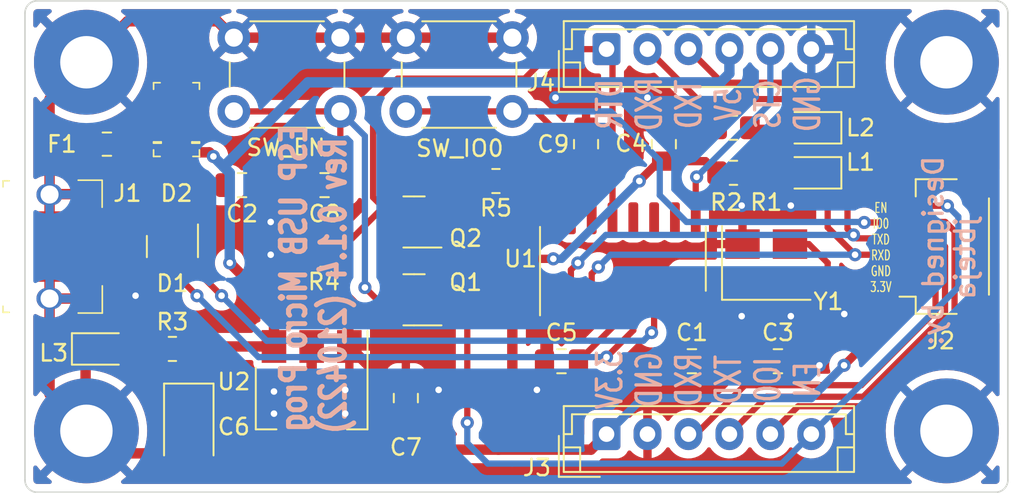
<source format=kicad_pcb>
(kicad_pcb (version 20211014) (generator pcbnew)
  (layers (0 "F.Cu" signal) (31 "B.Cu" signal) (34 "B.Paste" user) (35 "F.Paste" user) (36 "B.SilkS" user "B.Silkscreen") (37 "F.SilkS" user "F.Silkscreen") (38 "B.Mask" user) (39 "F.Mask" user) (44 "Edge.Cuts" user))
  (net 0 "")
  (net 1 "Net-(C1-Pad1)")
  (net 2 "GND")
  (net 3 "Net-(C2-Pad1)")
  (net 4 "Net-(C3-Pad1)")
  (net 5 "+3V3")
  (net 6 "Net-(C5-Pad1)")
  (net 7 "+5V")
  (net 8 "/EN")
  (net 9 "/IO0")
  (net 10 "/D+")
  (net 11 "/D-")
  (net 12 "V_USB")
  (net 14 "/RXD")
  (net 15 "/TXD")
  (net 16 "/~{DTR}")
  (net 17 "/~{CTS}")
  (net 18 "Net-(L1-Pad2)")
  (net 19 "Net-(L2-Pad2)")
  (net 20 "Net-(L3-Pad2)")
  (net 21 "/~{RTS}")
  (net 22 "Net-(Q1-Pad1)")
  (net 23 "Net-(Q2-Pad1)")
  (footprint "digikey-footprints:DO-214AC" (layer "F.Cu") (at 90.25 97.25 90)
    (fp_text reference "D2" (at -4.5 0) (layer "F.SilkS"))
    (fp_text value "1N4007")
    (pad "A" smd rect locked (at 2 0 90) (size 2.5 1.7) (layers "F.Cu" "F.Paste" "F.Mask") (net 12 "V_USB"))
    (pad "K" smd rect locked (at -2 0 90) (size 2.5 1.7) (layers "F.Cu" "F.Paste" "F.Mask") (net 7 "+5V"))
  )
  (footprint "LED_SMD:LED_0805_2012Metric_Pad1.15x1.40mm_HandSolder" (layer "F.Cu") (at 128.975 97.75 180)
    (fp_text reference "L2" (at -3.025 0) (layer "F.SilkS"))
    (fp_text value "YELLOW")
    (pad "1" smd roundrect (at -1.025 0 180) (size 1.15 1.4) (layers "F.Cu" "F.Paste" "F.Mask") (roundrect_rratio 0.2173913043) (net 15 "/TXD"))
    (pad "2" smd roundrect (at 1.025 0 180) (size 1.15 1.4) (layers "F.Cu" "F.Paste" "F.Mask") (roundrect_rratio 0.2173913043) (net 19 "Net-(L2-Pad2)"))
  )
  (footprint "Fuse:Fuse_0805_2012Metric_Pad1.15x1.40mm_HandSolder" (layer "F.Cu") (at 86 98.75 180)
    (fp_text reference "F1" (at 2.75 0) (layer "F.SilkS"))
    (fp_text value "0.5A")
    (pad "1" smd roundrect (at -1.025 0 180) (size 1.15 1.4) (layers "F.Cu" "F.Paste" "F.Mask") (roundrect_rratio 0.2173913043) (net 12 "V_USB"))
    (pad "2" smd roundrect (at 1.025 0 180) (size 1.15 1.4) (layers "F.Cu" "F.Paste" "F.Mask") (roundrect_rratio 0.2173913043) (net 3 "Net-(C2-Pad1)"))
  )
  (footprint "LED_SMD:LED_0805_2012Metric_Pad1.15x1.40mm_HandSolder" (layer "F.Cu") (at 128.975 100.5 180)
    (fp_text reference "L1" (at -3.025 0.65) (layer "F.SilkS"))
    (fp_text value "RED")
    (pad "1" smd roundrect (at -1.025 0 180) (size 1.15 1.4) (layers "F.Cu" "F.Paste" "F.Mask") (roundrect_rratio 0.2173913043) (net 14 "/RXD"))
    (pad "2" smd roundrect (at 1.025 0 180) (size 1.15 1.4) (layers "F.Cu" "F.Paste" "F.Mask") (roundrect_rratio 0.2173913043) (net 18 "Net-(L1-Pad2)"))
  )
  (footprint "Capacitor_SMD:C_0805_2012Metric_Pad1.18x1.45mm_HandSolder" (layer "F.Cu") (at 126.9625 112 180)
    (fp_text reference "C3" (at 0 1.75) (layer "F.SilkS"))
    (fp_text value "22pF")
    (pad "1" smd roundrect (at -1.0375 0 180) (size 1.175 1.45) (layers "F.Cu" "F.Paste" "F.Mask") (roundrect_rratio 0.2127659574) (net 4 "Net-(C3-Pad1)"))
    (pad "2" smd roundrect (at 1.0375 0 180) (size 1.175 1.45) (layers "F.Cu" "F.Paste" "F.Mask") (roundrect_rratio 0.2127659574) (net 2 "GND"))
  )
  (footprint "Package_TO_SOT_SMD:SOT-143" (layer "F.Cu") (at 90 105 -90)
    (fp_text reference "D1" (at 2.25 0) (layer "F.SilkS"))
    (fp_text value "SP0503BAHT")
    (pad "1" smd rect (at -1 -0.75 270) (size 0.7 1) (layers "F.Cu" "F.Paste" "F.Mask") (net 2 "GND"))
    (pad "2" smd rect (at -1 0.95 270) (size 0.7 0.6) (layers "F.Cu" "F.Paste" "F.Mask") (net 3 "Net-(C2-Pad1)"))
    (pad "3" smd rect (at 1 0.95 270) (size 0.7 0.6) (layers "F.Cu" "F.Paste" "F.Mask") (net 10 "/D+"))
    (pad "4" smd rect (at 1 -0.95 270) (size 0.7 0.6) (layers "F.Cu" "F.Paste" "F.Mask") (net 11 "/D-"))
  )
  (footprint "Package_SO:SOIC-16_3.9x9.9mm_P1.27mm" (layer "F.Cu") (at 117.5 105.75 90)
    (fp_text reference "U1" (at 0 -6.25 180) (layer "F.SilkS"))
    (fp_text value "CH340C/G")
    (pad "1" smd roundrect (at -2.475 -4.445 90) (size 1.95 0.6) (layers "F.Cu" "F.Paste" "F.Mask") (net 2 "GND"))
    (pad "2" smd roundrect (at -2.475 -3.175 90) (size 1.95 0.6) (layers "F.Cu" "F.Paste" "F.Mask") (net 15 "/TXD"))
    (pad "3" smd roundrect (at -2.475 -1.905 90) (size 1.95 0.6) (layers "F.Cu" "F.Paste" "F.Mask") (net 14 "/RXD"))
    (pad "4" smd roundrect (at -2.475 -0.635 90) (size 1.95 0.6) (layers "F.Cu" "F.Paste" "F.Mask") (net 6 "Net-(C5-Pad1)"))
    (pad "5" smd roundrect (at -2.475 0.635 90) (size 1.95 0.6) (layers "F.Cu" "F.Paste" "F.Mask") (net 10 "/D+"))
    (pad "6" smd roundrect (at -2.475 1.905 90) (size 1.95 0.6) (layers "F.Cu" "F.Paste" "F.Mask") (net 11 "/D-"))
    (pad "7" smd roundrect (at -2.475 3.175 90) (size 1.95 0.6) (layers "F.Cu" "F.Paste" "F.Mask") (net 1 "Net-(C1-Pad1)"))
    (pad "8" smd roundrect (at -2.475 4.445 90) (size 1.95 0.6) (layers "F.Cu" "F.Paste" "F.Mask") (net 4 "Net-(C3-Pad1)"))
    (pad "9" smd roundrect (at 2.475 4.445 90) (size 1.95 0.6) (layers "F.Cu" "F.Paste" "F.Mask") (net 17 "/~{CTS}"))
    (pad "10" smd roundrect (at 2.475 3.175 90) (size 1.95 0.6) (layers "F.Cu" "F.Paste" "F.Mask"))
    (pad "11" smd roundrect (at 2.475 1.905 90) (size 1.95 0.6) (layers "F.Cu" "F.Paste" "F.Mask"))
    (pad "12" smd roundrect (at 2.475 0.635 90) (size 1.95 0.6) (layers "F.Cu" "F.Paste" "F.Mask"))
    (pad "13" smd roundrect (at 2.475 -0.635 90) (size 1.95 0.6) (layers "F.Cu" "F.Paste" "F.Mask") (net 16 "/~{DTR}"))
    (pad "14" smd roundrect (at 2.475 -1.905 90) (size 1.95 0.6) (layers "F.Cu" "F.Paste" "F.Mask") (net 21 "/~{RTS}"))
    (pad "15" smd roundrect (at 2.475 -3.175 90) (size 1.95 0.6) (layers "F.Cu" "F.Paste" "F.Mask"))
    (pad "16" smd roundrect (at 2.475 -4.445 90) (size 1.95 0.6) (layers "F.Cu" "F.Paste" "F.Mask") (net 5 "+3V3"))
  )
  (footprint "Button_Switch_THT:SW_PUSH_6mm_H5mm" (layer "F.Cu") (at 104.25 92.25)
    (fp_text reference "SW_IO0" (at 3.2936 6.7592) (layer "F.SilkS"))
    (fp_text value "SW_Push")
    (pad "1" thru_hole circle locked (at 0 0 90) (size 2 2) (drill 1.1) (layers *.Cu *.Mask) (net 2 "GND"))
    (pad "1" thru_hole circle locked (at 6.5 0 90) (size 2 2) (drill 1.1) (layers *.Cu *.Mask) (net 2 "GND"))
    (pad "2" thru_hole circle locked (at 0 4.5 90) (size 2 2) (drill 1.1) (layers *.Cu *.Mask) (net 9 "/IO0"))
    (pad "2" thru_hole circle locked (at 6.5 4.5 90) (size 2 2) (drill 1.1) (layers *.Cu *.Mask) (net 9 "/IO0"))
  )
  (footprint "Package_TO_SOT_SMD:SOT-23" (layer "F.Cu") (at 104.75 108.25 180)
    (fp_text reference "Q1" (at -3.1492 1.062 180) (layer "F.SilkS"))
    (fp_text value "S8050(NPN)")
    (pad "1" smd roundrect locked (at -0.9375 -0.95 180) (size 1.475 0.6) (layers "F.Cu" "F.Paste" "F.Mask") (net 22 "Net-(Q1-Pad1)"))
    (pad "2" smd roundrect locked (at -0.9375 0.95 180) (size 1.475 0.6) (layers "F.Cu" "F.Paste" "F.Mask") (net 21 "/~{RTS}"))
    (pad "3" smd roundrect locked (at 0.9375 0 180) (size 1.475 0.6) (layers "F.Cu" "F.Paste" "F.Mask") (net 8 "/EN"))
  )
  (footprint "Fiducial:Fiducial_0.5mm_Mask1mm" (layer "F.Cu") (at 109.25 113.75)
    (fp_text reference "FID2" hide)
    (fp_text value "Fiducial" hide)
    (pad "" smd circle (at 0 0) (size 0.5 0.5) (layers "F.Cu" "F.Mask") (clearance 0.25))
  )
  (footprint "Capacitor_SMD:C_0805_2012Metric_Pad1.18x1.45mm_HandSolder" (layer "F.Cu") (at 99.2875 101.25)
    (fp_text reference "C8" (at 0 1.75) (layer "F.SilkS"))
    (fp_text value "0.1uF")
    (pad "1" smd roundrect (at -1.0375 0) (size 1.175 1.45) (layers "F.Cu" "F.Paste" "F.Mask") (roundrect_rratio 0.2127659574) (net 2 "GND"))
    (pad "2" smd roundrect (at 1.0375 0) (size 1.175 1.45) (layers "F.Cu" "F.Paste" "F.Mask") (roundrect_rratio 0.2127659574) (net 8 "/EN"))
  )
  (footprint "Connector_JST:JST_SH_SM06B-SRSS-TB_1x06-1MP_P1.00mm_Horizontal" (layer "F.Cu") (at 137.16 104.999993 90)
    (fp_text reference "J2" (at -5.75 -0.25 180) (layer "F.SilkS"))
    (fp_text value "ESP_Link")
    (pad "1" smd roundrect (at -2.5 -2 90) (size 0.6 1.55) (layers "F.Cu" "F.Paste" "F.Mask") (net 5 "+3V3"))
    (pad "2" smd roundrect (at -1.5 -2 90) (size 0.6 1.55) (layers "F.Cu" "F.Paste" "F.Mask") (net 2 "GND"))
    (pad "3" smd roundrect (at -0.5 -2 90) (size 0.6 1.55) (layers "F.Cu" "F.Paste" "F.Mask") (net 14 "/RXD"))
    (pad "4" smd roundrect (at 0.5 -2 90) (size 0.6 1.55) (layers "F.Cu" "F.Paste" "F.Mask") (net 15 "/TXD"))
    (pad "5" smd roundrect (at 1.5 -2 90) (size 0.6 1.55) (layers "F.Cu" "F.Paste" "F.Mask") (net 9 "/IO0"))
    (pad "6" smd roundrect (at 2.5 -2 90) (size 0.6 1.55) (layers "F.Cu" "F.Paste" "F.Mask") (net 8 "/EN"))
    (pad "MP" smd roundrect (at 3.8 1.875 90) (size 1.2 1.8) (layers "F.Cu" "F.Paste" "F.Mask") (roundrect_rratio 0.2083333333))
    (pad "MP" smd roundrect (at -3.8 1.875 90) (size 1.2 1.8) (layers "F.Cu" "F.Paste" "F.Mask") (roundrect_rratio 0.2083333333))
  )
  (footprint "Connector_JST:JST_EH_B6B-EH-A_1x06_P2.50mm_Vertical" (layer "F.Cu") (at 116.5 92.95)
    (fp_text reference "J4" (at -4 2.05) (layer "F.SilkS"))
    (fp_text value "Standard_Prog")
    (pad "1" thru_hole roundrect (at 0 0) (size 1.7 1.95) (drill 0.95) (layers *.Cu *.Mask) (roundrect_rratio 0.1470588235) (net 16 "/~{DTR}"))
    (pad "2" thru_hole oval (at 2.5 0) (size 1.7 1.95) (drill 0.95) (layers *.Cu *.Mask) (net 14 "/RXD"))
    (pad "3" thru_hole oval (at 5 0) (size 1.7 1.95) (drill 0.95) (layers *.Cu *.Mask) (net 15 "/TXD"))
    (pad "4" thru_hole oval (at 7.5 0) (size 1.7 1.95) (drill 0.95) (layers *.Cu *.Mask) (net 7 "+5V"))
    (pad "5" thru_hole oval (at 10 0) (size 1.7 1.95) (drill 0.95) (layers *.Cu *.Mask) (net 17 "/~{CTS}"))
    (pad "6" thru_hole oval (at 12.5 0) (size 1.7 1.95) (drill 0.95) (layers *.Cu *.Mask) (net 2 "GND"))
  )
  (footprint "Fiducial:Fiducial_0.5mm_Mask1mm" (layer "F.Cu") (at 90.25 92.5)
    (fp_text reference "FID1" hide)
    (fp_text value "Fiducial" hide)
    (pad "" smd circle (at 0 0) (size 0.5 0.5) (layers "F.Cu" "F.Mask") (clearance 0.25))
  )
  (footprint "Fiducial:Fiducial_0.5mm_Mask1mm" (layer "F.Cu") (at 137.25 98.75)
    (fp_text reference "FID3" hide)
    (fp_text value "Fiducial" hide)
    (pad "" smd circle (at 0 0) (size 0.5 0.5) (layers "F.Cu" "F.Mask") (clearance 0.25))
  )
  (footprint "MountingHole:MountingHole_3.2mm_M3_Pad" (layer "F.Cu") (at 137.25 116.25)
    (fp_text reference "H3" hide)
    (fp_text value "MountingHole" hide)
    (pad "1" thru_hole circle (at 0 0) (size 6.4 6.4) (drill 3.2) (layers *.Cu *.Mask) (net 2 "GND"))
  )
  (footprint "MountingHole:MountingHole_3.2mm_M3_Pad" (layer "F.Cu") (at 84.75 116.25)
    (fp_text reference "H2" hide)
    (fp_text value "MountingHole" hide)
    (pad "1" thru_hole circle (at 0 0) (size 6.4 6.4) (drill 3.2) (layers *.Cu *.Mask) (net 2 "GND"))
  )
  (footprint "Resistor_SMD:R_0805_2012Metric_Pad1.20x1.40mm_HandSolder" (layer "F.Cu") (at 124.25 100.5 180)
    (fp_text reference "R1" (at -2 -1.8) (layer "F.SilkS"))
    (fp_text value "1K")
    (pad "1" smd roundrect (at -1 0 180) (size 1.2 1.4) (layers "F.Cu" "F.Paste" "F.Mask") (roundrect_rratio 0.2083333333) (net 18 "Net-(L1-Pad2)"))
    (pad "2" smd roundrect (at 1 0 180) (size 1.2 1.4) (layers "F.Cu" "F.Paste" "F.Mask") (roundrect_rratio 0.2083333333) (net 5 "+3V3"))
  )
  (footprint "Capacitor_SMD:C_0805_2012Metric_Pad1.18x1.45mm_HandSolder" (layer "F.Cu") (at 113.75 112 180)
    (fp_text reference "C5" (at 0 1.75) (layer "F.SilkS"))
    (fp_text value "10nF")
    (pad "1" smd roundrect (at -1.0375 0 180) (size 1.175 1.45) (layers "F.Cu" "F.Paste" "F.Mask") (roundrect_rratio 0.2127659574) (net 6 "Net-(C5-Pad1)"))
    (pad "2" smd roundrect (at 1.0375 0 180) (size 1.175 1.45) (layers "F.Cu" "F.Paste" "F.Mask") (roundrect_rratio 0.2127659574) (net 2 "GND"))
  )
  (footprint "Capacitor_SMD:C_0805_2012Metric_Pad1.18x1.45mm_HandSolder" (layer "F.Cu") (at 121.7125 112)
    (fp_text reference "C1" (at 0 -1.75) (layer "F.SilkS"))
    (fp_text value "22pF")
    (pad "1" smd roundrect (at -1.0375 0) (size 1.175 1.45) (layers "F.Cu" "F.Paste" "F.Mask") (roundrect_rratio 0.2127659574) (net 1 "Net-(C1-Pad1)"))
    (pad "2" smd roundrect (at 1.0375 0) (size 1.175 1.45) (layers "F.Cu" "F.Paste" "F.Mask") (roundrect_rratio 0.2127659574) (net 2 "GND"))
  )
  (footprint "Capacitor_SMD:C_0805_2012Metric_Pad1.18x1.45mm_HandSolder" (layer "F.Cu") (at 120 98.75 90)
    (fp_text reference "C4" (at 0.0375 -2) (layer "F.SilkS"))
    (fp_text value "0.1uF")
    (pad "1" smd roundrect (at -1.0375 0 90) (size 1.175 1.45) (layers "F.Cu" "F.Paste" "F.Mask") (roundrect_rratio 0.2127659574) (net 5 "+3V3"))
    (pad "2" smd roundrect (at 1.0375 0 90) (size 1.175 1.45) (layers "F.Cu" "F.Paste" "F.Mask") (roundrect_rratio 0.2127659574) (net 2 "GND"))
  )
  (footprint "Capacitor_SMD:C_0805_2012Metric_Pad1.18x1.45mm_HandSolder" (layer "F.Cu") (at 115.25 98.75 -90)
    (fp_text reference "C9" (at 0 2 180) (layer "F.SilkS"))
    (fp_text value "0.1uF")
    (pad "1" smd roundrect (at -1.0375 0 270) (size 1.175 1.45) (layers "F.Cu" "F.Paste" "F.Mask") (roundrect_rratio 0.2127659574) (net 2 "GND"))
    (pad "2" smd roundrect (at 1.0375 0 270) (size 1.175 1.45) (layers "F.Cu" "F.Paste" "F.Mask") (roundrect_rratio 0.2127659574) (net 9 "/IO0"))
  )
  (footprint "MountingHole:MountingHole_3.2mm_M3_Pad" (layer "F.Cu") (at 137.25 93.75)
    (fp_text reference "H4" hide)
    (fp_text value "MountingHole" hide)
    (pad "1" thru_hole circle (at 0 0) (size 6.4 6.4) (drill 3.2) (layers *.Cu *.Mask) (net 2 "GND"))
  )
  (footprint "Connector_JST:JST_EH_B6B-EH-A_1x06_P2.50mm_Vertical" (layer "F.Cu") (at 116.5 116.45)
    (fp_text reference "J3" (at -4.25 2.05) (layer "F.SilkS"))
    (fp_text value "ESP_Prog")
    (pad "1" thru_hole roundrect (at 0 0) (size 1.7 1.95) (drill 0.95) (layers *.Cu *.Mask) (roundrect_rratio 0.1470588235) (net 5 "+3V3"))
    (pad "2" thru_hole oval (at 2.5 0) (size 1.7 1.95) (drill 0.95) (layers *.Cu *.Mask) (net 2 "GND"))
    (pad "3" thru_hole oval (at 5 0) (size 1.7 1.95) (drill 0.95) (layers *.Cu *.Mask) (net 14 "/RXD"))
    (pad "4" thru_hole oval (at 7.5 0) (size 1.7 1.95) (drill 0.95) (layers *.Cu *.Mask) (net 15 "/TXD"))
    (pad "5" thru_hole oval (at 10 0) (size 1.7 1.95) (drill 0.95) (layers *.Cu *.Mask) (net 9 "/IO0"))
    (pad "6" thru_hole oval (at 12.5 0) (size 1.7 1.95) (drill 0.95) (layers *.Cu *.Mask) (net 8 "/EN"))
  )
  (footprint "MountingHole:MountingHole_3.2mm_M3_Pad" (layer "F.Cu") (at 84.75 93.75)
    (fp_text reference "H1" hide)
    (fp_text value "MountingHole" hide)
    (pad "1" thru_hole circle (at 0 0) (size 6.4 6.4) (drill 3.2) (layers *.Cu *.Mask) (net 2 "GND"))
  )
  (footprint "Resistor_SMD:R_0805_2012Metric_Pad1.20x1.40mm_HandSolder" (layer "F.Cu") (at 124.25 97.75 180)
    (fp_text reference "R2" (at 0.45 -4.55) (layer "F.SilkS"))
    (fp_text value "1K")
    (pad "1" smd roundrect (at -1 0 180) (size 1.2 1.4) (layers "F.Cu" "F.Paste" "F.Mask") (roundrect_rratio 0.2083333333) (net 19 "Net-(L2-Pad2)"))
    (pad "2" smd roundrect (at 1 0 180) (size 1.2 1.4) (layers "F.Cu" "F.Paste" "F.Mask") (roundrect_rratio 0.2083333333) (net 5 "+3V3"))
  )
  (footprint "Button_Switch_THT:SW_PUSH_6mm_H5mm" (layer "F.Cu") (at 93.75 92.25)
    (fp_text reference "SW_EN" (at 3.1764 6.7084) (layer "F.SilkS"))
    (fp_text value "SW_Push")
    (pad "1" thru_hole circle locked (at 6.5 0 90) (size 2 2) (drill 1.1) (layers *.Cu *.Mask) (net 2 "GND"))
    (pad "1" thru_hole circle locked (at 0 0 90) (size 2 2) (drill 1.1) (layers *.Cu *.Mask) (net 2 "GND"))
    (pad "2" thru_hole circle locked (at 0 4.5 90) (size 2 2) (drill 1.1) (layers *.Cu *.Mask) (net 8 "/EN"))
    (pad "2" thru_hole circle locked (at 6.5 4.5 90) (size 2 2) (drill 1.1) (layers *.Cu *.Mask) (net 8 "/EN"))
  )
  (footprint "Capacitor_SMD:C_0805_2012Metric_Pad1.18x1.45mm_HandSolder" (layer "F.Cu") (at 104.25 114.25 90)
    (fp_text reference "C7" (at -3 0 180) (layer "F.SilkS"))
    (fp_text value "22uF/25V")
    (pad "1" smd roundrect (at -1.0375 0 90) (size 1.175 1.45) (layers "F.Cu" "F.Paste" "F.Mask") (roundrect_rratio 0.2127659574) (net 5 "+3V3"))
    (pad "2" smd roundrect (at 1.0375 0 90) (size 1.175 1.45) (layers "F.Cu" "F.Paste" "F.Mask") (roundrect_rratio 0.2127659574) (net 2 "GND"))
  )
  (footprint "Crystal:Crystal_SMD_3225-4Pin_3.2x2.5mm_HandSoldering" (layer "F.Cu") (at 126.25 106)
    (fp_text reference "Y1" (at 3.798 2.3564 180) (layer "F.SilkS"))
    (fp_text value "12MHz")
    (pad "1" smd rect (at -1.45 1.15) (size 2.1 1.8) (layers "F.Cu" "F.Paste" "F.Mask") (net 1 "Net-(C1-Pad1)"))
    (pad "2" smd rect (at 1.45 1.15) (size 2.1 1.8) (layers "F.Cu" "F.Paste" "F.Mask") (net 2 "GND"))
    (pad "3" smd rect (at 1.45 -1.15) (size 2.1 1.8) (layers "F.Cu" "F.Paste" "F.Mask") (net 4 "Net-(C3-Pad1)"))
    (pad "4" smd rect (at -1.45 -1.15) (size 2.1 1.8) (layers "F.Cu" "F.Paste" "F.Mask") (net 2 "GND"))
  )
  (footprint "digikey-footprints:USB_Micro_B_Female_10118193-0001LF" (layer "F.Cu") (at 82.499987 104.999993 -90)
    (fp_text reference "J1" (at -3.25 -4.75 180) (layer "F.SilkS"))
    (fp_text value "USB_B_Micro" hide)
    (pad "1" smd rect (at -1.3 -2.675 270) (size 0.4 1.35) (layers "F.Cu" "F.Paste" "F.Mask") (net 3 "Net-(C2-Pad1)"))
    (pad "2" smd rect (at -0.65 -2.675 270) (size 0.4 1.35) (layers "F.Cu" "F.Paste" "F.Mask") (net 11 "/D-"))
    (pad "3" smd rect (at 0 -2.675 270) (size 0.4 1.35) (layers "F.Cu" "F.Paste" "F.Mask") (net 10 "/D+"))
    (pad "4" smd rect (at 0.65 -2.675 270) (size 0.4 1.35) (layers "F.Cu" "F.Paste" "F.Mask"))
    (pad "5" smd rect (at 1.3 -2.675 270) (size 0.4 1.35) (layers "F.Cu" "F.Paste" "F.Mask") (net 2 "GND"))
    (pad "6" smd rect (at 3.2 -2.45 270) (size 1.6 1.4) (layers "F.Cu" "F.Paste" "F.Mask") (net 2 "GND"))
    (pad "6" smd rect (at 1.2 0 270) (size 1.9 1.9) (layers "F.Cu" "F.Paste" "F.Mask") (net 2 "GND"))
    (pad "6" smd rect (at -3.2 -2.45 270) (size 1.6 1.4) (layers "F.Cu" "F.Paste" "F.Mask") (net 2 "GND"))
    (pad "6" thru_hole oval (at -3.175 0 270) (size 1.3 1.6) (drill 1.1) (layers *.Cu *.Mask) (net 2 "GND"))
    (pad "6" thru_hole oval (at 3.175 0 270) (size 1.3 1.6) (drill 1.1) (layers *.Cu *.Mask) (net 2 "GND"))
    (pad "6" smd rect (at -1.2 0 270) (size 1.9 1.9) (layers "F.Cu" "F.Paste" "F.Mask") (net 2 "GND"))
  )
  (footprint "Package_TO_SOT_SMD:SOT-223-3_TabPin2" (layer "F.Cu") (at 98.5 114.25 -90)
    (fp_text reference "U2" (at -1 4.75 180) (layer "F.SilkS"))
    (fp_text value "AMS1117-3.3")
    (pad "1" smd rect (at -3.15 -2.3 270) (size 2 1.5) (layers "F.Cu" "F.Paste" "F.Mask") (net 2 "GND"))
    (pad "2" smd rect (at -3.15 0 270) (size 2 1.5) (layers "F.Cu" "F.Paste" "F.Mask") (net 5 "+3V3"))
    (pad "2" smd rect (at 3.15 0 270) (size 2 3.8) (layers "F.Cu" "F.Paste" "F.Mask") (net 5 "+3V3"))
    (pad "3" smd rect (at -3.15 2.3 270) (size 2 1.5) (layers "F.Cu" "F.Paste" "F.Mask") (net 7 "+5V"))
  )
  (footprint "LED_SMD:LED_0805_2012Metric_Pad1.15x1.40mm_HandSolder" (layer "F.Cu") (at 85.725 111.25)
    (fp_text reference "L3" (at -2.975 0.25) (layer "F.SilkS"))
    (fp_text value "RED")
    (pad "1" smd roundrect (at -1.025 0) (size 1.15 1.4) (layers "F.Cu" "F.Paste" "F.Mask") (roundrect_rratio 0.2173913043) (net 2 "GND"))
    (pad "2" smd roundrect (at 1.025 0) (size 1.15 1.4) (layers "F.Cu" "F.Paste" "F.Mask") (roundrect_rratio 0.2173913043) (net 20 "Net-(L3-Pad2)"))
  )
  (footprint "Resistor_SMD:R_0805_2012Metric_Pad1.20x1.40mm_HandSolder" (layer "F.Cu") (at 109.75 101 180)
    (fp_text reference "R5" (at 0 -1.65) (layer "F.SilkS"))
    (fp_text value "10k")
    (pad "1" smd roundrect (at -1 0 180) (size 1.2 1.4) (layers "F.Cu" "F.Paste" "F.Mask") (roundrect_rratio 0.2083333333) (net 21 "/~{RTS}"))
    (pad "2" smd roundrect (at 1 0 180) (size 1.2 1.4) (layers "F.Cu" "F.Paste" "F.Mask") (roundrect_rratio 0.2083333333) (net 23 "Net-(Q2-Pad1)"))
  )
  (footprint "Package_TO_SOT_SMD:SOT-23" (layer "F.Cu") (at 104.75 103.5 180)
    (fp_text reference "Q2" (at -3.1492 -0.9956 180) (layer "F.SilkS"))
    (fp_text value "S8050(NPN)")
    (pad "1" smd roundrect locked (at -0.9375 -0.95 180) (size 1.475 0.6) (layers "F.Cu" "F.Paste" "F.Mask") (net 23 "Net-(Q2-Pad1)"))
    (pad "2" smd roundrect locked (at -0.9375 0.95 180) (size 1.475 0.6) (layers "F.Cu" "F.Paste" "F.Mask") (net 16 "/~{DTR}"))
    (pad "3" smd roundrect locked (at 0.9375 0 180) (size 1.475 0.6) (layers "F.Cu" "F.Paste" "F.Mask") (net 9 "/IO0"))
  )
  (footprint "Capacitor_Tantalum_SMD:CP_EIA-3528-21_Kemet-B_Pad1.50x2.35mm_HandSolder" (layer "F.Cu") (at 91 116 -90)
    (fp_text reference "C6" (at 0 -2.75 180) (layer "F.SilkS"))
    (fp_text value "22uF/25V")
    (pad "1" smd roundrect (at -1.625 0 270) (size 1.5 2.35) (layers "F.Cu" "F.Paste" "F.Mask") (roundrect_rratio 0.1666673333) (net 7 "+5V"))
    (pad "2" smd roundrect (at 1.625 0 270) (size 1.5 2.35) (layers "F.Cu" "F.Paste" "F.Mask") (roundrect_rratio 0.1666673333) (net 2 "GND"))
  )
  (footprint "Resistor_SMD:R_0805_2012Metric_Pad1.20x1.40mm_HandSolder" (layer "F.Cu") (at 99.25 105.5 180)
    (fp_text reference "R4" (at 0 -1.65) (layer "F.SilkS"))
    (fp_text value "10k")
    (pad "1" smd roundrect (at -1 0 180) (size 1.2 1.4) (layers "F.Cu" "F.Paste" "F.Mask") (roundrect_rratio 0.2083333333) (net 16 "/~{DTR}"))
    (pad "2" smd roundrect (at 1 0 180) (size 1.2 1.4) (layers "F.Cu" "F.Paste" "F.Mask") (roundrect_rratio 0.2083333333) (net 22 "Net-(Q1-Pad1)"))
  )
  (footprint "Resistor_SMD:R_0805_2012Metric_Pad1.20x1.40mm_HandSolder" (layer "F.Cu") (at 90 111.25)
    (fp_text reference "R3" (at 0 -1.65) (layer "F.SilkS"))
    (fp_text value "2K")
    (pad "1" smd roundrect (at -1 0) (size 1.2 1.4) (layers "F.Cu" "F.Paste" "F.Mask") (roundrect_rratio 0.2083333333) (net 20 "Net-(L3-Pad2)"))
    (pad "2" smd roundrect (at 1 0) (size 1.2 1.4) (layers "F.Cu" "F.Paste" "F.Mask") (roundrect_rratio 0.2083333333) (net 7 "+5V"))
  )
  (footprint "Capacitor_SMD:C_0805_2012Metric_Pad1.18x1.45mm_HandSolder" (layer "F.Cu") (at 94.25 101.25)
    (fp_text reference "C2" (at 0 1.75) (layer "F.SilkS"))
    (fp_text value "0.1uF")
    (pad "1" smd roundrect (at -1.0375 0) (size 1.175 1.45) (layers "F.Cu" "F.Paste" "F.Mask") (roundrect_rratio 0.2127659574) (net 3 "Net-(C2-Pad1)"))
    (pad "2" smd roundrect (at 1.0375 0) (size 1.175 1.45) (layers "F.Cu" "F.Paste" "F.Mask") (roundrect_rratio 0.2127659574) (net 2 "GND"))
  )
  (gr_line (start 81 119.25) (end 81 90.75) (layer "Edge.Cuts") (width 0.1))
  (gr_arc (start 141 119.25) (mid 140.78033 119.78033) (end 140.25 120) (layer "Edge.Cuts") (width 0.1))
  (gr_line (start 81.75 90) (end 140.25 90) (layer "Edge.Cuts") (width 0.1))
  (gr_arc (start 81.75 120) (mid 81.21967 119.78033) (end 81 119.25) (layer "Edge.Cuts") (width 0.1))
  (gr_arc (start 81 90.75) (mid 81.21967 90.21967) (end 81.75 90) (layer "Edge.Cuts") (width 0.1))
  (gr_line (start 141 90.75) (end 141 119.25) (layer "Edge.Cuts") (width 0.1))
  (gr_arc (start 140.25 90) (mid 140.78033 90.21967) (end 141 90.75) (layer "Edge.Cuts") (width 0.1))
  (gr_line (start 140.25 120) (end 81.75 120) (layer "Edge.Cuts") (width 0.1))
  (gr_text "Designed by: \njbteja\n\n" (at 138.3792 105.7148 90) (layer "B.SilkS") (effects (font (size 1.2 1.2) (thickness 0.2)) (justify mirror)))
  (gr_text "3.3V\nGND\nRXD\nTXD\nIO0\nEN" (at 122.7328 113.1316 90) (layer "B.SilkS") (effects (font (size 1.5 1.1) (thickness 0.2)) (justify mirror)))
  (gr_text "DTR\nRXD\nTXD\n5V\nCTS\nGND" (at 122.7328 96.3168 90) (layer "B.SilkS") (effects (font (size 1.5 1.1) (thickness 0.2)) (justify mirror)))
  (gr_text "ESP USB Micro Prog \nRev 0.1.4 (210422)\n\n" (at 99.822 107.3912 90) (layer "B.SilkS") (effects (font (size 1.5 1.2) (thickness 0.3)) (justify mirror)))
  (gr_text "EN\nIO0\nTXD\nRXD\nGND\n3.3V" (at 133.2484 105.0544) (layer "F.SilkS") (effects (font (size 0.6 0.4) (thickness 0.075))))
  (segment (start 124.15 106.5) (end 121 106.5) (width 0.381) (layer "F.Cu") (net 1))
  (segment (start 120.675 106.825) (end 120.675 108.225) (width 0.381) (layer "F.Cu") (net 1))
  (segment (start 124.8 107.15) (end 124.15 106.5) (width 0.381) (layer "F.Cu") (net 1))
  (segment (start 121 106.5) (end 120.675 106.825) (width 0.381) (layer "F.Cu") (net 1))
  (segment (start 120.675 108.225) (end 120.675 112) (width 0.381) (layer "F.Cu") (net 1))
  (segment (start 102.9125 113.2125) (end 100.8 111.1) (width 0.635) (layer "F.Cu") (net 2))
  (segment (start 84.7 116.2) (end 84.75 116.25) (width 0.635) (layer "F.Cu") (net 2))
  (segment (start 122.75 113.3684) (end 122.3684 113.75) (width 0.508) (layer "F.Cu") (net 2))
  (segment (start 131.0132 109.1184) (end 133.631607 106.499993) (width 0.508) (layer "F.Cu") (net 2))
  (segment (start 118.66 113.75) (end 122.3684 113.75) (width 0.508) (layer "F.Cu") (net 2))
  (segment (start 105.7125 113.2125) (end 104.25 113.2125) (width 0.508) (layer "F.Cu") (net 2))
  (segment (start 113.055 111.6575) (end 112.7125 112) (width 0.381) (layer "F.Cu") (net 2))
  (segment (start 104.25 113.2125) (end 102.9125 113.2125) (width 0.635) (layer "F.Cu") (net 2))
  (segment (start 92.75 91.25) (end 87.25 91.25) (width 0.635) (layer "F.Cu") (net 2))
  (segment (start 84.925 108.175) (end 84.95 108.2) (width 0.635) (layer "F.Cu") (net 2))
  (segment (start 122.75 112) (end 122.75 113.3684) (width 0.508) (layer "F.Cu") (net 2))
  (segment (start 84.95 101.8) (end 82.525 101.8) (width 0.635) (layer "F.Cu") (net 2))
  (segment (start 91 117.625) (end 86.125 117.625) (width 0.635) (layer "F.Cu") (net 2))
  (segment (start 133.631607 106.499993) (end 135.16 106.499993) (width 0.508) (layer "F.Cu") (net 2))
  (segment (start 93.75 92.25) (end 100.25 92.25) (width 0.635) (layer "F.Cu") (net 2))
  (segment (start 104.25 92.25) (end 110.75 92.25) (width 0.635) (layer "F.Cu") (net 2))
  (segment (start 112.7125 112) (end 112.7125 113.2875) (width 0.508) (layer "F.Cu") (net 2))
  (segment (start 93.75 92.25) (end 92.75 91.25) (width 0.635) (layer "F.Cu") (net 2))
  (segment (start 86.049993 106.299993) (end 85.174987 106.299993) (width 0.4572) (layer "F.Cu") (net 2))
  (segment (start 95.2875 101.25) (end 98.25 101.25) (width 0.508) (layer "F.Cu") (net 2))
  (segment (start 85.175 107.975) (end 84.95 108.2) (width 0.4572) (layer "F.Cu") (net 2))
  (segment (start 87.75 108) (end 86.049993 106.299993) (width 0.4572) (layer "F.Cu") (net 2))
  (segment (start 85.175 106.3) (end 85.175 107.975) (width 0.4572) (layer "F.Cu") (net 2))
  (segment (start 119 114.09) (end 118.66 113.75) (width 0.508) (layer "F.Cu") (net 2))
  (segment (start 95.2875 101.25) (end 92.5375 104) (width 0.508) (layer "F.Cu") (net 2))
  (segment (start 87.25 91.25) (end 84.75 93.75) (width 0.635) (layer "F.Cu") (net 2))
  (segment (start 82.499987 108.174993) (end 82.499987 113.999987) (width 0.635) (layer "F.Cu") (net 2))
  (segment (start 112.7125 113.2875) (end 112.25 113.75) (width 0.508) (layer "F.Cu") (net 2))
  (segment (start 84.75 93.75) (end 82.5 96) (width 0.635) (layer "F.Cu") (net 2))
  (segment (start 129.5 110.6316) (end 131.0132 109.1184) (width 0.508) (layer "F.Cu") (net 2))
  (segment (start 104.25 92.25) (end 100.25 92.25) (width 0.635) (layer "F.Cu") (net 2))
  (segment (start 85.174987 106.299993) (end 82.599987 106.299993) (width 0.4572) (layer "F.Cu") (net 2))
  (segment (start 86.125 117.625) (end 84.75 116.25) (width 0.635) (layer "F.Cu") (net 2))
  (segment (start 82.5 96) (end 82.5 101.825) (width 0.635) (layer "F.Cu") (net 2))
  (segment (start 129.5 112.25) (end 129.5 110.6316) (width 0.508) (layer "F.Cu") (net 2))
  (segment (start 84.7 111.25) (end 84.7 108.45) (width 0.635) (layer "F.Cu") (net 2))
  (segment (start 125.925 112) (end 122.75 112) (width 0.508) (layer "F.Cu") (net 2))
  (segment (start 112.25 113.75) (end 118.66 113.75) (width 0.508) (layer "F.Cu") (net 2))
  (segment (start 113.055 108.225) (end 113.055 111.6575) (width 0.381) (layer "F.Cu") (net 2))
  (segment (start 92.5375 104) (end 90.75 104) (width 0.508) (layer "F.Cu") (net 2))
  (segment (start 84.7 111.25) (end 84.7 116.2) (width 0.635) (layer "F.Cu") (net 2))
  (segment (start 82.499987 101.824993) (end 82.499987 108.174993) (width 0.635) (layer "F.Cu") (net 2))
  (segment (start 82.499987 113.999987) (end 84.75 116.25) (width 0.635) (layer "F.Cu") (net 2))
  (segment (start 82.5 108.175) (end 84.925 108.175) (width 0.635) (layer "F.Cu") (net 2))
  (segment (start 106.25 113.75) (end 105.7125 113.2125) (width 0.508) (layer "F.Cu") (net 2))
  (segment (start 119 116.45) (end 119 114.09) (width 0.508) (layer "F.Cu") (net 2))
  (segment (start 82.599987 106.299993) (end 82.499987 106.199993) (width 0.4572) (layer "F.Cu") (net 2))
  (segment (start 84.7 108.45) (end 84.95 108.2) (width 0.635) (layer "F.Cu") (net 2))
  (via (at 131.0132 109.1184) (size 0.8) (drill 0.4) (layers "F.Cu" "B.Cu") (net 2))
  (via (at 124.75 109.25) (size 0.8) (drill 0.4) (layers "F.Cu" "B.Cu") (net 2))
  (via (at 124.75 102.5) (size 0.8) (drill 0.4) (layers "F.Cu" "B.Cu") (net 2))
  (via (at 118.9984 95.9104) (size 0.8) (drill 0.4) (layers "F.Cu" "B.Cu") (net 2))
  (via (at 106.25 113.75) (size 0.8) (drill 0.4) (layers "F.Cu" "B.Cu") (net 2))
  (via (at 87.75 108) (size 0.8) (drill 0.4) (layers "F.Cu" "B.Cu") (net 2))
  (via (at 127.75 109.25) (size 0.8) (drill 0.4) (layers "F.Cu" "B.Cu") (net 2))
  (via (at 96 103.5) (size 0.8) (drill 0.4) (layers "F.Cu" "B.Cu") (net 2))
  (via (at 113.3856 95.9104) (size 0.8) (drill 0.4) (layers "F.Cu" "B.Cu") (net 2))
  (via (at 96.2 113.85) (size 0.8) (drill 0.4) (layers "F.Cu" "B.Cu") (net 2))
  (via (at 96 105.5) (size 0.8) (drill 0.4) (layers "F.Cu" "B.Cu") (net 2))
  (via (at 129.5 112.25) (size 0.8) (drill 0.4) (layers "F.Cu" "B.Cu") (net 2))
  (via (at 100.55 115.2) (size 0.8) (drill 0.4) (layers "F.Cu" "B.Cu") (net 2))
  (via (at 112.25 113.75) (size 0.8) (drill 0.4) (layers "F.Cu" "B.Cu") (net 2))
  (via (at 96.2 115.2) (size 0.8) (drill 0.4) (layers "F.Cu" "B.Cu") (net 2))
  (via (at 100.55 113.75) (size 0.8) (drill 0.4) (layers "F.Cu" "B.Cu") (net 2))
  (via (at 127.75 102.5) (size 0.8) (drill 0.4) (layers "F.Cu" "B.Cu") (net 2))
  (segment (start 112.25 113.75) (end 106.25 113.75) (width 0.508) (layer "B.Cu") (net 2))
  (segment (start 118.9984 95.9104) (end 113.3856 95.9104) (width 0.635) (layer "B.Cu") (net 2))
  (segment (start 85.8 103.7) (end 85.175 103.7) (width 0.4572) (layer "F.Cu") (net 3))
  (segment (start 89.05 104) (end 88.75 103.7) (width 0.4572) (layer "F.Cu") (net 3))
  (segment (start 86.625 100.4) (end 86.625 102.875) (width 0.4572) (layer "F.Cu") (net 3))
  (segment (start 93.2125 101.25) (end 91.8 101.25) (width 0.4572) (layer "F.Cu") (net 3))
  (segment (start 88.75 103.7) (end 85.175 103.7) (width 0.4572) (layer "F.Cu") (net 3))
  (segment (start 91.8 101.25) (end 89.05 104) (width 0.4572) (layer "F.Cu") (net 3))
  (segment (start 86.625 102.875) (end 85.8 103.7) (width 0.4572) (layer "F.Cu") (net 3))
  (segment (start 84.975 98.75) (end 86.625 100.4) (width 0.4572) (layer "F.Cu") (net 3))
  (segment (start 130 106) (end 128.85 104.85) (width 0.381) (layer "F.Cu") (net 4))
  (segment (start 128.85 104.85) (end 127.7 104.85) (width 0.381) (layer "F.Cu") (net 4))
  (segment (start 130 108.75) (end 130 106) (width 0.381) (layer "F.Cu") (net 4))
  (segment (start 128 110.75) (end 129 109.75) (width 0.381) (layer "F.Cu") (net 4))
  (segment (start 129 109.75) (end 130 108.75) (width 0.381) (layer "F.Cu") (net 4))
  (segment (start 121.945 108.225) (end 124.47 110.75) (width 0.381) (layer "F.Cu") (net 4))
  (segment (start 128 112) (end 128 110.75) (width 0.381) (layer "F.Cu") (net 4))
  (segment (start 124.47 110.75) (end 128 110.75) (width 0.381) (layer "F.Cu") (net 4))
  (segment (start 116.5 116.45) (end 115.55 117.4) (width 0.635) (layer "F.Cu") (net 5))
  (segment (start 110.75 105.58) (end 110.75 106.75) (width 0.635) (layer "F.Cu") (net 5))
  (segment (start 111.75 105.75) (end 110.75 106.75) (width 0.508) (layer "F.Cu") (net 5))
  (segment (start 104.25 115.2875) (end 102.1375 117.4) (width 0.635) (layer "F.Cu") (net 5))
  (segment (start 110.75 116.55) (end 109.9 117.4) (width 0.635) (layer "F.Cu") (net 5))
  (segment (start 102.1375 117.4) (end 98.5 117.4) (width 0.635) (layer "F.Cu") (net 5))
  (segment (start 123.25 100.5) (end 122.5375 99.7875) (width 0.508) (layer "F.Cu") (net 5))
  (segment (start 98.5 111.1) (end 98.5 117.4) (width 0.635) (layer "F.Cu") (net 5))
  (segment (start 135.16 108.09) (end 135.16 107.499993) (width 0.508) (layer "F.Cu") (net 5))
  (segment (start 122.5375 99.7875) (end 120 99.7875) (width 0.508) (layer "F.Cu") (net 5))
  (segment (start 118.5 101) (end 119.7125 99.7875) (width 0.508) (layer "F.Cu") (net 5))
  (segment (start 131 112.25) (end 135.16 108.09) (width 0.508) (layer "F.Cu") (net 5))
  (segment (start 115.55 117.4) (end 109.9 117.4) (width 0.635) (layer "F.Cu") (net 5))
  (segment (start 109.9 117.4) (end 98.5 117.4) (width 0.635) (layer "F.Cu") (net 5))
  (segment (start 110.75 106.75) (end 110.75 116.55) (width 0.635) (layer "F.Cu") (net 5))
  (segment (start 119.7125 99.7875) (end 120 99.7875) (width 0.508) (layer "F.Cu") (net 5))
  (segment (start 113.25 105.75) (end 111.75 105.75) (width 0.508) (layer "F.Cu") (net 5))
  (segment (start 113.055 103.275) (end 110.75 105.58) (width 0.635) (layer "F.Cu") (net 5))
  (segment (start 121.2125 99.7875) (end 123.25 97.75) (width 0.508) (layer "F.Cu") (net 5))
  (via (at 113.25 105.75) (size 0.8) (drill 0.4) (layers "F.Cu" "B.Cu") (net 5))
  (via (at 131 112.25) (size 0.8) (drill 0.4) (layers "F.Cu" "B.Cu") (net 5))
  (via (at 118.5 101) (size 0.8) (drill 0.4) (layers "F.Cu" "B.Cu") (net 5))
  (segment (start 113.25 105.75) (end 113.75 105.75) (width 0.508) (layer "B.Cu") (net 5))
  (segment (start 129 114.25) (end 118.7 114.25) (width 0.508) (layer "B.Cu") (net 5))
  (segment (start 131 112.25) (end 129 114.25) (width 0.508) (layer "B.Cu") (net 5))
  (segment (start 118.7 114.25) (end 116.5 116.45) (width 0.508) (layer "B.Cu") (net 5))
  (segment (start 113.75 105.75) (end 118.5 101) (width 0.508) (layer "B.Cu") (net 5))
  (segment (start 116.865 109.9225) (end 114.7875 112) (width 0.381) (layer "F.Cu") (net 6))
  (segment (start 116.865 108.225) (end 116.865 109.9225) (width 0.381) (layer "F.Cu") (net 6))
  (segment (start 96.2 108.7) (end 93.5 106) (width 0.635) (layer "F.Cu") (net 7))
  (segment (start 91 114.375) (end 91 111.25) (width 0.635) (layer "F.Cu") (net 7))
  (segment (start 96.2 111.1) (end 91.15 111.1) (width 0.635) (layer "F.Cu") (net 7))
  (segment (start 92.5 99.5) (end 92.25 99.25) (width 0.635) (layer "F.Cu") (net 7))
  (segment (start 92.25 99.25) (end 90.25 99.25) (width 0.635) (layer "F.Cu") (net 7))
  (segment (start 96.2 111.1) (end 96.2 108.7) (width 0.635) (layer "F.Cu") (net 7))
  (via (at 93.5 106) (size 0.8) (drill 0.4) (layers "F.Cu" "B.Cu") (net 7))
  (via (at 92.5 99.5) (size 0.8) (drill 0.4) (layers "F.Cu" "B.Cu") (net 7))
  (segment (start 124 94.44) (end 123.461611 94.978389) (width 0.635) (layer "B.Cu") (net 7))
  (segment (start 93.5 100.5) (end 93.25 100.25) (width 0.635) (layer "B.Cu") (net 7))
  (segment (start 93.5 106) (end 93.5 100.5) (width 0.635) (layer "B.Cu") (net 7))
  (segment (start 93.125 100.125) (end 92.5 99.5) (width 0.635) (layer "B.Cu") (net 7))
  (segment (start 124 92.95) (end 124 94.44) (width 0.635) (layer "B.Cu") (net 7))
  (segment (start 123.461611 94.978389) (end 98.271611 94.978389) (width 0.635) (layer "B.Cu") (net 7))
  (segment (start 98.271611 94.978389) (end 93.125 100.125) (width 0.635) (layer "B.Cu") (net 7))
  (segment (start 93.25 100.25) (end 93.125 100.125) (width 0.635) (layer "B.Cu") (net 7))
  (segment (start 93.75 96.75) (end 100.25 96.75) (width 0.381) (layer "F.Cu") (net 8))
  (segment (start 107.75 109) (end 108 109.25) (width 0.381) (layer "F.Cu") (net 8))
  (segment (start 108 109.25) (end 108 115.75) (width 0.381) (layer "F.Cu") (net 8))
  (segment (start 100.25 96.75) (end 100.25 101.175) (width 0.381) (layer "F.Cu") (net 8))
  (segment (start 135.174407 102.5144) (end 135.16 102.499993) (width 0.381) (layer "F.Cu") (net 8))
  (segment (start 103.7 108.25) (end 107 108.25) (width 0.381) (layer "F.Cu") (net 8))
  (segment (start 107 108.25) (end 107.75 109) (width 0.381) (layer "F.Cu") (net 8))
  (segment (start 100.25 101.175) (end 100.325 101.25) (width 0.381) (layer "F.Cu") (net 8))
  (segment (start 137.3124 102.5144) (end 135.174407 102.5144) (width 0.381) (layer "F.Cu") (net 8))
  (segment (start 103.7 108.25) (end 102.5 108.25) (width 0.381) (layer "F.Cu") (net 8))
  (segment (start 102.5 108.25) (end 101.75 107.5) (width 0.381) (layer "F.Cu") (net 8))
  (via (at 137.3124 102.5144) (size 0.8) (drill 0.4) (layers "F.Cu" "B.Cu") (net 8))
  (via (at 108 115.75) (size 0.8) (drill 0.4) (layers "F.Cu" "B.Cu") (net 8))
  (via (at 101.75 107.5) (size 0.8) (drill 0.4) (layers "F.Cu" "B.Cu") (net 8))
  (segment (start 110.75 118.25) (end 109.25 118.25) (width 0.381) (layer "B.Cu") (net 8))
  (segment (start 108 115.75) (end 108 117) (width 0.381) (layer "B.Cu") (net 8))
  (segment (start 129 116.45) (end 127.2 118.25) (width 0.381) (layer "B.Cu") (net 8))
  (segment (start 101.75 98.25) (end 100.25 96.75) (width 0.381) (layer "B.Cu") (net 8))
  (segment (start 127.2 118.25) (end 110.75 118.25) (width 0.381) (layer "B.Cu") (net 8))
  (segment (start 137.975105 103.177105) (end 137.3124 102.5144) (width 0.381) (layer "B.Cu") (net 8))
  (segment (start 101.75 107.5) (end 101.75 98.25) (width 0.381) (layer "B.Cu") (net 8))
  (segment (start 137.975105 107.474895) (end 137.975105 103.177105) (width 0.381) (layer "B.Cu") (net 8))
  (segment (start 129 116.45) (end 137.975105 107.474895) (width 0.381) (layer "B.Cu") (net 8))
  (segment (start 108 117) (end 109.25 118.25) (width 0.381) (layer "B.Cu") (net 8))
  (segment (start 132.2324 103.5304) (end 135.129593 103.5304) (width 0.381) (layer "F.Cu") (net 9))
  (segment (start 137.74498 109.415097) (end 137.74498 104.06458) (width 0.381) (layer "F.Cu") (net 9))
  (segment (start 115.25 99.7875) (end 112.2125 96.75) (width 0.381) (layer "F.Cu") (net 9))
  (segment (start 128.2 114.75) (end 132.410077 114.75) (width 0.381) (layer "F.Cu") (net 9))
  (segment (start 107.5 98) (end 108.75 96.75) (width 0.381) (layer "F.Cu") (net 9))
  (segment (start 110.75 96.75) (end 104.25 96.75) (width 0.381) (layer "F.Cu") (net 9))
  (segment (start 107.5 103) (end 107.5 98) (width 0.381) (layer "F.Cu") (net 9))
  (segment (start 103.7 103.5) (end 107 103.5) (width 0.381) (layer "F.Cu") (net 9))
  (segment (start 112.2125 96.75) (end 110.75 96.75) (width 0.381) (layer "F.Cu") (net 9))
  (segment (start 107 103.5) (end 107.5 103) (width 0.381) (layer "F.Cu") (net 9))
  (segment (start 137.180393 103.499993) (end 135.16 103.499993) (width 0.381) (layer "F.Cu") (net 9))
  (segment (start 137.74498 104.06458) (end 137.180393 103.499993) (width 0.381) (layer "F.Cu") (net 9))
  (segment (start 126.5 116.45) (end 128.2 114.75) (width 0.381) (layer "F.Cu") (net 9))
  (segment (start 132.410077 114.75) (end 137.74498 109.415097) (width 0.381) (layer "F.Cu") (net 9))
  (via (at 132.2324 103.5304) (size 0.8) (drill 0.4) (layers "F.Cu" "B.Cu") (net 9))
  (segment (start 132.202 103.5) (end 121.382755 103.5) (width 0.381) (layer "B.Cu") (net 9))
  (segment (start 119.75 101.867245) (end 119.75 99.75) (width 0.381) (layer "B.Cu") (net 9))
  (segment (start 119.75 99.75) (end 116.75 96.75) (width 0.381) (layer "B.Cu") (net 9))
  (segment (start 116.75 96.75) (end 110.75 96.75) (width 0.381) (layer "B.Cu") (net 9))
  (segment (start 132.2324 103.5304) (end 132.202 103.5) (width 0.381) (layer "B.Cu") (net 9))
  (segment (start 121.382755 103.5) (end 119.75 101.867245) (width 0.381) (layer "B.Cu") (net 9))
  (segment (start 87.75 106) (end 86.75 105) (width 0.381) (layer "F.Cu") (net 10))
  (segment (start 89.5 106) (end 91.5 108) (width 0.381) (layer "F.Cu") (net 10))
  (segment (start 89.05 106) (end 89.5 106) (width 0.381) (layer "F.Cu") (net 10))
  (segment (start 86.75 105) (end 85.175 105) (width 0.381) (layer "F.Cu") (net 10))
  (segment (start 89.05 106) (end 87.75 106) (width 0.381) (layer "F.Cu") (net 10))
  (segment (start 118.135 110.115) (end 118.135 108.225) (width 0.381) (layer "F.Cu") (net 10))
  (segment (start 116.5 111.75) (end 118.135 110.115) (width 0.381) (layer "F.Cu") (net 10))
  (via (at 116.5 111.75) (size 0.8) (drill 0.4) (layers "F.Cu" "B.Cu") (net 10))
  (via (at 91.5 108) (size 0.8) (drill 0.4) (layers "F.Cu" "B.Cu") (net 10))
  (segment (start 95.25 111.75) (end 116.5 111.75) (width 0.381) (layer "B.Cu") (net 10))
  (segment (start 91.5 108) (end 95.25 111.75) (width 0.381) (layer "B.Cu") (net 10))
  (segment (start 87.830969 105.259989) (end 86.92098 104.35) (width 0.381) (layer "F.Cu") (net 11))
  (segment (start 119.405 110.095) (end 119.405 108.225) (width 0.381) (layer "F.Cu") (net 11))
  (segment (start 119.25 110.25) (end 119.405 110.095) (width 0.381) (layer "F.Cu") (net 11))
  (segment (start 90.209989 105.259989) (end 87.830969 105.259989) (width 0.381) (layer "F.Cu") (net 11))
  (segment (start 90.95 106) (end 90.209989 105.259989) (width 0.381) (layer "F.Cu") (net 11))
  (segment (start 90.95 106) (end 91 106) (width 0.381) (layer "F.Cu") (net 11))
  (segment (start 91 106) (end 93 108) (width 0.381) (layer "F.Cu") (net 11))
  (segment (start 86.92098 104.35) (end 85.175 104.35) (width 0.381) (layer "F.Cu") (net 11))
  (via (at 119.25 110.25) (size 0.8) (drill 0.4) (layers "F.Cu" "B.Cu") (net 11))
  (via (at 93 108) (size 0.8) (drill 0.4) (layers "F.Cu" "B.Cu") (net 11))
  (segment (start 118.75 110.75) (end 119.25 110.25) (width 0.381) (layer "B.Cu") (net 11))
  (segment (start 95.75 110.75) (end 115.5 110.75) (width 0.381) (layer "B.Cu") (net 11))
  (segment (start 93 108) (end 95.75 110.75) (width 0.381) (layer "B.Cu") (net 11))
  (segment (start 115.5 110.75) (end 118.75 110.75) (width 0.381) (layer "B.Cu") (net 11))
  (segment (start 87.025 98.475) (end 87.025 98.75) (width 0.635) (layer "F.Cu") (net 12))
  (segment (start 90.25 95.25) (end 87.025 98.475) (width 0.635) (layer "F.Cu") (net 12))
  (segment (start 121.95982 116.45) (end 124.94531 113.46451) (width 0.381) (layer "F.Cu") (net 14))
  (segment (start 119 92.95) (end 122.05 96) (width 0.381) (layer "F.Cu") (net 14))
  (segment (start 136.58394 108.93246) (end 136.58394 105.918) (width 0.381) (layer "F.Cu") (net 14))
  (segment (start 129 99.5) (end 130 100.5) (width 0.381) (layer "F.Cu") (net 14))
  (segment (start 132.05189 113.46451) (end 136.58394 108.93246) (width 0.381) (layer "F.Cu") (net 14))
  (segment (start 121.5 116.45) (end 121.95982 116.45) (width 0.381) (layer "F.Cu") (net 14))
  (segment (start 115.595 108.225) (end 115.595 106.655) (width 0.381) (layer "F.Cu") (net 14))
  (segment (start 129 97.119876) (end 129 99.5) (width 0.381) (layer "F.Cu") (net 14))
  (segment (start 136.58394 105.918) (end 136.165933 105.499993) (width 0.381) (layer "F.Cu") (net 14))
  (segment (start 115.595 106.655) (end 116 106.25) (width 0.381) (layer "F.Cu") (net 14))
  (segment (start 135.16 105.499993) (end 131.669948 105.499993) (width 0.381) (layer "F.Cu") (net 14))
  (segment (start 124.94531 113.46451) (end 132.05189 113.46451) (width 0.381) (layer "F.Cu") (net 14))
  (segment (start 127.880124 96) (end 129 97.119876) (width 0.381) (layer "F.Cu") (net 14))
  (segment (start 130 103.830045) (end 130 100.5) (width 0.381) (layer "F.Cu") (net 14))
  (segment (start 122.05 96) (end 127.880124 96) (width 0.381) (layer "F.Cu") (net 14))
  (segment (start 131.669948 105.499993) (end 130 103.830045) (width 0.381) (layer "F.Cu") (net 14))
  (segment (start 136.165933 105.499993) (end 135.16 105.499993) (width 0.381) (layer "F.Cu") (net 14))
  (via (at 116 106.25) (size 0.8) (drill 0.4) (layers "F.Cu" "B.Cu") (net 14))
  (via (at 131.669948 105.499993) (size 0.8) (drill 0.4) (layers "F.Cu" "B.Cu") (net 14))
  (segment (start 116 106.25) (end 116.750007 105.499993) (width 0.381) (layer "B.Cu") (net 14))
  (segment (start 116.750007 105.499993) (end 131.669948 105.499993) (width 0.381) (layer "B.Cu") (net 14))
  (segment (start 126.28052 114.16948) (end 132.169617 114.16948) (width 0.381) (layer "F.Cu") (net 15))
  (segment (start 121.5 92.95) (end 123.55 95) (width 0.381) (layer "F.Cu") (net 15))
  (segment (start 136.660853 104.499993) (end 135.16 104.499993) (width 0.381) (layer "F.Cu") (net 15))
  (segment (start 132.169617 114.16948) (end 137.16446 109.174637) (width 0.381) (layer "F.Cu") (net 15))
  (segment (start 131.209989 98.959989) (end 131.209989 103.919989) (width 0.381) (layer "F.Cu") (net 15))
  (segment (start 137.16446 105.0036) (end 136.660853 104.499993) (width 0.381) (layer "F.Cu") (net 15))
  (segment (start 124 116.45) (end 126.28052 114.16948) (width 0.381) (layer "F.Cu") (net 15))
  (segment (start 131.789993 104.499993) (end 135.16 104.499993) (width 0.381) (layer "F.Cu") (net 15))
  (segment (start 137.16446 109.174637) (end 137.16446 105.0036) (width 0.381) (layer "F.Cu") (net 15))
  (segment (start 130 96) (end 130 97.75) (width 0.381) (layer "F.Cu") (net 15))
  (segment (start 130 97.75) (end 131.209989 98.959989) (width 0.381) (layer "F.Cu") (net 15))
  (segment (start 114.325 108.225) (end 114.325 106.425) (width 0.381) (layer "F.Cu") (net 15))
  (segment (start 129 95) (end 130 96) (width 0.381) (layer "F.Cu") (net 15))
  (segment (start 123.55 95) (end 129 95) (width 0.381) (layer "F.Cu") (net 15))
  (segment (start 131.209989 103.919989) (end 131.789993 104.499993) (width 0.381) (layer "F.Cu") (net 15))
  (segment (start 114.325 106.425) (end 114.75 106) (width 0.381) (layer "F.Cu") (net 15))
  (via (at 131.5772 104.29) (size 0.8) (drill 0.4) (layers "F.Cu" "B.Cu") (net 15))
  (via (at 114.75 106) (size 0.8) (drill 0.4) (layers "F.Cu" "B.Cu") (net 15))
  (segment (start 114.75 106) (end 116.46 104.29) (width 0.381) (layer "B.Cu") (net 15))
  (segment (start 116.46 104.29) (end 131.5772 104.29) (width 0.381) (layer "B.Cu") (net 15))
  (segment (start 111.5 94.75) (end 103.75 94.75) (width 0.381) (layer "F.Cu") (net 16))
  (segment (start 102.859989 102.609989) (end 100.25 105.219978) (width 0.381) (layer "F.Cu") (net 16))
  (segment (start 100.25 105.219978) (end 100.25 105.5) (width 0.381) (layer "F.Cu") (net 16))
  (segment (start 102.25 102) (end 102.859989 102.609989) (width 0.381) (layer "F.Cu") (net 16))
  (segment (start 113.3 92.95) (end 111.5 94.75) (width 0.381) (layer "F.Cu") (net 16))
  (segment (start 116.5 92.95) (end 113.3 92.95) (width 0.381) (layer "F.Cu") (net 16))
  (segment (start 103.75 94.75) (end 102.25 96.25) (width 0.381) (layer "F.Cu") (net 16))
  (segment (start 116.865 93.315) (end 116.5 92.95) (width 0.381) (layer "F.Cu") (net 16))
  (segment (start 105.8 102.55) (end 102.919978 102.55) (width 0.381) (layer "F.Cu") (net 16))
  (segment (start 102.25 96.25) (end 102.25 102) (width 0.381) (layer "F.Cu") (net 16))
  (segment (start 102.919978 102.55) (end 102.859989 102.609989) (width 0.381) (layer "F.Cu") (net 16))
  (segment (start 116.865 103.275) (end 116.865 93.315) (width 0.381) (layer "F.Cu") (net 16))
  (segment (start 121.945 100.805) (end 122 100.75) (width 0.381) (layer "F.Cu") (net 17))
  (segment (start 121.945 103.275) (end 121.945 100.805) (width 0.381) (layer "F.Cu") (net 17))
  (via (at 122 100.75) (size 0.8) (drill 0.4) (layers "F.Cu" "B.Cu") (net 17))
  (segment (start 126.5 96.25) (end 122 100.75) (width 0.381) (layer "B.Cu") (net 17))
  (segment (start 126.5 92.95) (end 126.5 96.25) (width 0.381) (layer "B.Cu") (net 17))
  (segment (start 127.95 100.5) (end 125.25 100.5) (width 0.381) (layer "F.Cu") (net 18))
  (segment (start 127.95 97.75) (end 125.25 97.75) (width 0.381) (layer "F.Cu") (net 19))
  (segment (start 89 111.25) (end 86.75 111.25) (width 0.381) (layer "F.Cu") (net 20))
  (segment (start 115.595 102.806297) (end 113.788703 101) (width 0.381) (layer "F.Cu") (net 21))
  (segment (start 113.788703 101) (end 110.75 101) (width 0.381) (layer "F.Cu") (net 21))
  (segment (start 110.75 102.35) (end 110.75 101) (width 0.381) (layer "F.Cu") (net 21))
  (segment (start 105.8 107.3) (end 110.75 102.35) (width 0.381) (layer "F.Cu") (net 21))
  (segment (start 115.595 103.275) (end 115.595 102.806297) (width 0.381) (layer "F.Cu") (net 21))
  (segment (start 98.25 105.5) (end 101.95 109.2) (width 0.381) (layer "F.Cu") (net 22))
  (segment (start 101.95 109.2) (end 105.8 109.2) (width 0.381) (layer "F.Cu") (net 22))
  (segment (start 106.87098 104.45) (end 108.75 102.57098) (width 0.381) (layer "F.Cu") (net 23))
  (segment (start 108.75 102.57098) (end 108.75 101) (width 0.381) (layer "F.Cu") (net 23))
  (segment (start 105.8 104.45) (end 106.87098 104.45) (width 0.381) (layer "F.Cu") (net 23))
  (zone (net 2) (net_name "GND") (layer "F.Cu") (connect_pads (clearance 0.508)) (min_thickness 0.254) (fill yes (thermal_gap 0.508) (thermal_bridge_width 0.508))
    (polygon (pts (xy 141 120) (xy 81 120) (xy 81 90) (xy 141 90)))
  )
  (zone (net 2) (net_name "GND") (layer "B.Cu") (connect_pads (clearance 0.508)) (min_thickness 0.254) (fill yes (thermal_gap 0.508) (thermal_bridge_width 0.508))
    (polygon (pts (xy 141 120) (xy 81 120) (xy 81 90) (xy 141 90)))
  )
)
</source>
